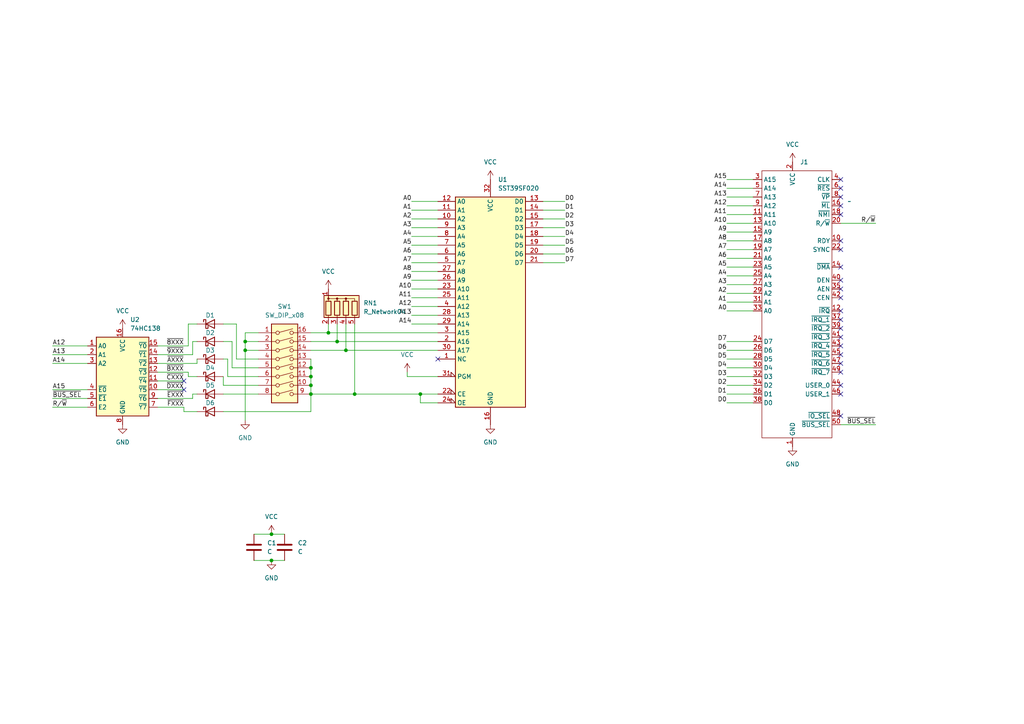
<source format=kicad_sch>
(kicad_sch (version 20230121) (generator eeschema)
  (paper "A4")
  (lib_symbols
    (symbol "74xx:74HC138"
      (property "Reference" "U" (at -7.62 13.97 0))
      (property "Value" "74HC138" (at 2.54 -11.43 0))
      (symbol "74HC138_0_1"
        (rectangle (start -7.62 12.7) (end 7.62 -10.16) (stroke (width 0.254)) (fill (type background)))
      )
      (symbol "74HC138_1_1"
        (pin input line (at -10.16 10.16 0) (length 2.54) (name "A0") (number "1"))
        (pin output line (at 10.16 -2.54 180) (length 2.54) (name "~{Y5}") (number "10"))
        (pin output line (at 10.16 0 180) (length 2.54) (name "~{Y4}") (number "11"))
        (pin output line (at 10.16 2.54 180) (length 2.54) (name "~{Y3}") (number "12"))
        (pin output line (at 10.16 5.08 180) (length 2.54) (name "~{Y2}") (number "13"))
        (pin output line (at 10.16 7.62 180) (length 2.54) (name "~{Y1}") (number "14"))
        (pin output line (at 10.16 10.16 180) (length 2.54) (name "~{Y0}") (number "15"))
        (pin power_in line (at 0 15.24 270) (length 2.54) (name "VCC") (number "16"))
        (pin input line (at -10.16 7.62 0) (length 2.54) (name "A1") (number "2"))
        (pin input line (at -10.16 5.08 0) (length 2.54) (name "A2") (number "3"))
        (pin input line (at -10.16 -2.54 0) (length 2.54) (name "~{E0}") (number "4"))
        (pin input line (at -10.16 -5.08 0) (length 2.54) (name "~{E1}") (number "5"))
        (pin input line (at -10.16 -7.62 0) (length 2.54) (name "E2") (number "6"))
        (pin output line (at 10.16 -7.62 180) (length 2.54) (name "~{Y7}") (number "7"))
        (pin power_in line (at 0 -12.7 90) (length 2.54) (name "GND") (number "8"))
        (pin output line (at 10.16 -5.08 180) (length 2.54) (name "~{Y6}") (number "9"))
      )
    )
    (symbol "Device:C" (pin_numbers hide) (pin_names (offset 0.254))
      (property "Reference" "C" (at 0.635 2.54 0))
      (property "Value" "C" (at 0.635 -2.54 0))
      (symbol "C_0_1"
        (polyline (pts (xy -2.032 -0.762) (xy 2.032 -0.762)) (stroke (width 0.508)))
        (polyline (pts (xy -2.032 0.762) (xy 2.032 0.762)) (stroke (width 0.508)))
      )
      (symbol "C_1_1"
        (pin passive line (at 0 3.81 270) (length 2.794) (name "~") (number "1"))
        (pin passive line (at 0 -3.81 90) (length 2.794) (name "~") (number "2"))
      )
    )
    (symbol "Device:D_Schottky" (pin_numbers hide) (pin_names (offset 1.016) hide)
      (property "Reference" "D" (at 0 2.54 0))
      (property "Value" "D_Schottky" (at 0 -2.54 0))
      (symbol "D_Schottky_0_1"
        (polyline (pts (xy 1.27 0) (xy -1.27 0)))
        (polyline (pts (xy 1.27 1.27) (xy 1.27 -1.27) (xy -1.27 0) (xy 1.27 1.27)) (stroke (width 0.254)))
        (polyline (pts (xy -1.905 0.635) (xy -1.905 1.27) (xy -1.27 1.27) (xy -1.27 -1.27) (xy -0.635 -1.27) (xy -0.635 -0.635)) (stroke (width 0.254)))
      )
      (symbol "D_Schottky_1_1"
        (pin passive line (at -3.81 0 0) (length 2.54) (name "K") (number "1"))
        (pin passive line (at 3.81 0 180) (length 2.54) (name "A") (number "2"))
      )
    )
    (symbol "Device:R_Network04" (pin_names (offset 0) hide)
      (property "Reference" "RN" (at -7.62 0 90))
      (property "Value" "R_Network04" (at 5.08 0 90))
      (symbol "R_Network04_0_1"
        (rectangle (start -6.35 -3.175) (end 3.81 3.175) (stroke (width 0.254)) (fill (type background)))
        (rectangle (start -5.842 1.524) (end -4.318 -2.54) (stroke (width 0.254)))
        (circle (center -5.08 2.286) (radius 0.254) (fill (type outline)))
        (rectangle (start -3.302 1.524) (end -1.778 -2.54) (stroke (width 0.254)))
        (circle (center -2.54 2.286) (radius 0.254) (fill (type outline)))
        (rectangle (start -0.762 1.524) (end 0.762 -2.54) (stroke (width 0.254)))
        (polyline (pts (xy -5.08 -2.54) (xy -5.08 -3.81)))
        (polyline (pts (xy -2.54 -2.54) (xy -2.54 -3.81)))
        (polyline (pts (xy 0 -2.54) (xy 0 -3.81)))
        (polyline (pts (xy 2.54 -2.54) (xy 2.54 -3.81)))
        (polyline (pts (xy -5.08 1.524) (xy -5.08 2.286) (xy -2.54 2.286) (xy -2.54 1.524)))
        (polyline (pts (xy -2.54 1.524) (xy -2.54 2.286) (xy 0 2.286) (xy 0 1.524)))
        (polyline (pts (xy 0 1.524) (xy 0 2.286) (xy 2.54 2.286) (xy 2.54 1.524)))
        (circle (center 0 2.286) (radius 0.254) (fill (type outline)))
        (rectangle (start 1.778 1.524) (end 3.302 -2.54) (stroke (width 0.254)))
      )
      (symbol "R_Network04_1_1"
        (pin passive line (at -5.08 5.08 270) (length 2.54) (name "common") (number "1"))
        (pin passive line (at -5.08 -5.08 90) (length 1.27) (name "R1") (number "2"))
        (pin passive line (at -2.54 -5.08 90) (length 1.27) (name "R2") (number "3"))
        (pin passive line (at 0 -5.08 90) (length 1.27) (name "R3") (number "4"))
        (pin passive line (at 2.54 -5.08 90) (length 1.27) (name "R4") (number "5"))
      )
    )
    (symbol "Memory_Flash:SST39SF020"
      (property "Reference" "U" (at 2.54 33.02 0))
      (property "Value" "SST39SF020" (at 0 -30.48 0))
      (symbol "SST39SF020_0_0"
        (pin power_in line (at 0 -34.29 90) (length 5.08) (name "GND") (number "16"))
        (pin power_in line (at 0 36.83 270) (length 5.08) (name "VCC") (number "32"))
      )
      (symbol "SST39SF020_0_1"
        (rectangle (start -10.16 31.75) (end 10.16 -29.21) (stroke (width 0.254)) (fill (type background)))
      )
      (symbol "SST39SF020_1_1"
        (pin input line (at -15.24 -15.24 0) (length 5.08) (name "NC") (number "1"))
        (pin input line (at -15.24 25.4 0) (length 5.08) (name "A2") (number "10"))
        (pin input line (at -15.24 27.94 0) (length 5.08) (name "A1") (number "11"))
        (pin input line (at -15.24 30.48 0) (length 5.08) (name "A0") (number "12"))
        (pin tri_state line (at 15.24 30.48 180) (length 5.08) (name "D0") (number "13"))
        (pin tri_state line (at 15.24 27.94 180) (length 5.08) (name "D1") (number "14"))
        (pin tri_state line (at 15.24 25.4 180) (length 5.08) (name "D2") (number "15"))
        (pin tri_state line (at 15.24 22.86 180) (length 5.08) (name "D3") (number "17"))
        (pin tri_state line (at 15.24 20.32 180) (length 5.08) (name "D4") (number "18"))
        (pin tri_state line (at 15.24 17.78 180) (length 5.08) (name "D5") (number "19"))
        (pin input line (at -15.24 -10.16 0) (length 5.08) (name "A16") (number "2"))
        (pin tri_state line (at 15.24 15.24 180) (length 5.08) (name "D6") (number "20"))
        (pin tri_state line (at 15.24 12.7 180) (length 5.08) (name "D7") (number "21"))
        (pin input input_low (at -15.24 -25.4 0) (length 5.08) (name "CE") (number "22"))
        (pin input line (at -15.24 5.08 0) (length 5.08) (name "A10") (number "23"))
        (pin input input_low (at -15.24 -27.94 0) (length 5.08) (name "OE") (number "24"))
        (pin input line (at -15.24 2.54 0) (length 5.08) (name "A11") (number "25"))
        (pin input line (at -15.24 7.62 0) (length 5.08) (name "A9") (number "26"))
        (pin input line (at -15.24 10.16 0) (length 5.08) (name "A8") (number "27"))
        (pin input line (at -15.24 -2.54 0) (length 5.08) (name "A13") (number "28"))
        (pin input line (at -15.24 -5.08 0) (length 5.08) (name "A14") (number "29"))
        (pin input line (at -15.24 -7.62 0) (length 5.08) (name "A15") (number "3"))
        (pin input line (at -15.24 -12.7 0) (length 5.08) (name "A17") (number "30"))
        (pin input input_low (at -15.24 -20.32 0) (length 5.08) (name "PGM") (number "31"))
        (pin input line (at -15.24 0 0) (length 5.08) (name "A12") (number "4"))
        (pin input line (at -15.24 12.7 0) (length 5.08) (name "A7") (number "5"))
        (pin input line (at -15.24 15.24 0) (length 5.08) (name "A6") (number "6"))
        (pin input line (at -15.24 17.78 0) (length 5.08) (name "A5") (number "7"))
        (pin input line (at -15.24 20.32 0) (length 5.08) (name "A4") (number "8"))
        (pin input line (at -15.24 22.86 0) (length 5.08) (name "A3") (number "9"))
      )
    )
    (symbol "Switch:SW_DIP_x08" (pin_names (offset 0) hide)
      (property "Reference" "SW" (at 0 13.97 0))
      (property "Value" "SW_DIP_x08" (at 0 -11.43 0))
      (symbol "SW_DIP_x08_0_0"
        (circle (center -2.032 -7.62) (radius 0.508))
        (circle (center -2.032 -5.08) (radius 0.508))
        (circle (center -2.032 -2.54) (radius 0.508))
        (circle (center -2.032 0) (radius 0.508))
        (circle (center -2.032 2.54) (radius 0.508))
        (circle (center -2.032 5.08) (radius 0.508))
        (circle (center -2.032 7.62) (radius 0.508))
        (circle (center -2.032 10.16) (radius 0.508))
        (polyline (pts (xy -1.524 -7.4676) (xy 2.3622 -6.4262)))
        (polyline (pts (xy -1.524 -4.9276) (xy 2.3622 -3.8862)))
        (polyline (pts (xy -1.524 -2.3876) (xy 2.3622 -1.3462)))
        (polyline (pts (xy -1.524 0.127) (xy 2.3622 1.1684)))
        (polyline (pts (xy -1.524 2.667) (xy 2.3622 3.7084)))
        (polyline (pts (xy -1.524 5.207) (xy 2.3622 6.2484)))
        (polyline (pts (xy -1.524 7.747) (xy 2.3622 8.7884)))
        (polyline (pts (xy -1.524 10.287) (xy 2.3622 11.3284)))
        (circle (center 2.032 -7.62) (radius 0.508))
        (circle (center 2.032 -5.08) (radius 0.508))
        (circle (center 2.032 -2.54) (radius 0.508))
        (circle (center 2.032 0) (radius 0.508))
        (circle (center 2.032 2.54) (radius 0.508))
        (circle (center 2.032 5.08) (radius 0.508))
        (circle (center 2.032 7.62) (radius 0.508))
        (circle (center 2.032 10.16) (radius 0.508))
      )
      (symbol "SW_DIP_x08_0_1"
        (rectangle (start -3.81 12.7) (end 3.81 -10.16) (stroke (width 0.254)) (fill (type background)))
      )
      (symbol "SW_DIP_x08_1_1"
        (pin passive line (at -7.62 10.16 0) (length 5.08) (name "~") (number "1"))
        (pin passive line (at 7.62 -5.08 180) (length 5.08) (name "~") (number "10"))
        (pin passive line (at 7.62 -2.54 180) (length 5.08) (name "~") (number "11"))
        (pin passive line (at 7.62 0 180) (length 5.08) (name "~") (number "12"))
        (pin passive line (at 7.62 2.54 180) (length 5.08) (name "~") (number "13"))
        (pin passive line (at 7.62 5.08 180) (length 5.08) (name "~") (number "14"))
        (pin passive line (at 7.62 7.62 180) (length 5.08) (name "~") (number "15"))
        (pin passive line (at 7.62 10.16 180) (length 5.08) (name "~") (number "16"))
        (pin passive line (at -7.62 7.62 0) (length 5.08) (name "~") (number "2"))
        (pin passive line (at -7.62 5.08 0) (length 5.08) (name "~") (number "3"))
        (pin passive line (at -7.62 2.54 0) (length 5.08) (name "~") (number "4"))
        (pin passive line (at -7.62 0 0) (length 5.08) (name "~") (number "5"))
        (pin passive line (at -7.62 -2.54 0) (length 5.08) (name "~") (number "6"))
        (pin passive line (at -7.62 -5.08 0) (length 5.08) (name "~") (number "7"))
        (pin passive line (at -7.62 -7.62 0) (length 5.08) (name "~") (number "8"))
        (pin passive line (at 7.62 -7.62 180) (length 5.08) (name "~") (number "9"))
      )
    )
    (symbol "fp65:fp65_backplane"
      (property "Reference" "J" (at 2.54 35.56 0))
      (symbol "fp65_backplane_0_1"
        (rectangle (start -8.89 33.02) (end 11.43 -44.45))
      )
      (symbol "fp65_backplane_1_0"
        (pin input line (at 0 -46.99 90) (length 2.54) (name "GND") (number "1"))
        (pin input line (at 13.97 12.7 180) (length 2.54) (name "RDY") (number "10"))
        (pin input line (at -11.43 20.32 0) (length 2.54) (name "A11") (number "11"))
        (pin input line (at 13.97 -7.62 180) (length 2.54) (name "~{IRQ}") (number "12"))
        (pin input line (at -11.43 17.78 0) (length 2.54) (name "A10") (number "13"))
        (pin open_collector line (at 13.97 5.08 180) (length 2.54) (name "~{DMA}") (number "14"))
        (pin input line (at -11.43 15.24 0) (length 2.54) (name "A9") (number "15"))
        (pin input line (at 13.97 22.86 180) (length 2.54) (name "~{ML}") (number "16"))
        (pin input line (at -11.43 12.7 0) (length 2.54) (name "A8") (number "17"))
        (pin input line (at 13.97 20.32 180) (length 2.54) (name "~{NMI}") (number "18"))
        (pin input line (at -11.43 10.16 0) (length 2.54) (name "A7") (number "19"))
        (pin input line (at 0 35.56 270) (length 2.54) (name "VCC") (number "2"))
        (pin input line (at 13.97 17.78 180) (length 2.54) (name "R/~{W}") (number "20"))
        (pin input line (at -11.43 7.62 0) (length 2.54) (name "A6") (number "21"))
        (pin input line (at 13.97 10.16 180) (length 2.54) (name "SYNC") (number "22"))
        (pin input line (at -11.43 5.08 0) (length 2.54) (name "A5") (number "23"))
        (pin input line (at -11.43 -16.51 0) (length 2.54) (name "D7") (number "24"))
        (pin input line (at -11.43 2.54 0) (length 2.54) (name "A4") (number "25"))
        (pin input line (at -11.43 -19.05 0) (length 2.54) (name "D6") (number "26"))
        (pin input line (at -11.43 0 0) (length 2.54) (name "A3") (number "27"))
        (pin input line (at -11.43 -21.59 0) (length 2.54) (name "D5") (number "28"))
        (pin input line (at -11.43 -2.54 0) (length 2.54) (name "A2") (number "29"))
        (pin input line (at -11.43 -24.13 0) (length 2.54) (name "D4") (number "30"))
        (pin input line (at -11.43 -5.08 0) (length 2.54) (name "A1") (number "31"))
        (pin input line (at -11.43 -26.67 0) (length 2.54) (name "D3") (number "32"))
        (pin input line (at -11.43 -7.62 0) (length 2.54) (name "A0") (number "33"))
        (pin input line (at -11.43 -29.21 0) (length 2.54) (name "D2") (number "34"))
        (pin open_collector line (at 13.97 -1.27 180) (length 2.54) (name "AEN") (number "35"))
        (pin input line (at -11.43 -31.75 0) (length 2.54) (name "D1") (number "36"))
        (pin input line (at 13.97 -10.16 180) (length 2.54) (name "~{IRQ_1}") (number "37"))
        (pin input line (at -11.43 -34.29 0) (length 2.54) (name "D0") (number "38"))
        (pin input line (at 13.97 -12.7 180) (length 2.54) (name "~{IRQ_2}") (number "39"))
        (pin input line (at 13.97 30.48 180) (length 2.54) (name "CLK") (number "4"))
        (pin open_collector line (at 13.97 1.27 180) (length 2.54) (name "DEN") (number "40"))
        (pin input line (at 13.97 -15.24 180) (length 2.54) (name "~{IRQ_3}") (number "41"))
        (pin open_collector line (at 13.97 -3.81 180) (length 2.54) (name "CEN") (number "42"))
        (pin input line (at 13.97 -17.78 180) (length 2.54) (name "~{IRQ_4}") (number "43"))
        (pin input line (at 13.97 -29.21 180) (length 2.54) (name "USER_0") (number "44"))
        (pin input line (at 13.97 -20.32 180) (length 2.54) (name "~{IRQ_5}") (number "45"))
        (pin input line (at 13.97 -31.75 180) (length 2.54) (name "USER_1") (number "46"))
        (pin input line (at 13.97 -22.86 180) (length 2.54) (name "~{IRQ_6}") (number "47"))
        (pin input line (at 13.97 -38.1 180) (length 2.54) (name "~{IO_SEL}") (number "48"))
        (pin input line (at 13.97 -25.4 180) (length 2.54) (name "~{IRQ_7}") (number "49"))
        (pin input line (at -11.43 27.94 0) (length 2.54) (name "A14") (number "5"))
        (pin input line (at 13.97 -40.64 180) (length 2.54) (name "~{BUS_SEL}") (number "50"))
        (pin input line (at 13.97 27.94 180) (length 2.54) (name "~{RES}") (number "6"))
        (pin input line (at -11.43 25.4 0) (length 2.54) (name "A13") (number "7"))
        (pin input line (at 13.97 25.4 180) (length 2.54) (name "~{VP}") (number "8"))
        (pin input line (at -11.43 22.86 0) (length 2.54) (name "A12") (number "9"))
      )
      (symbol "fp65_backplane_1_1"
        (pin input line (at -11.43 30.48 0) (length 2.54) (name "A15") (number "3"))
      )
    )
    (symbol "power:GND" (power) (pin_names (offset 0))
      (property "Value" "GND" (at 0 -3.81 0))
      (symbol "GND_0_1"
        (polyline (pts (xy 0 0) (xy 0 -1.27) (xy 1.27 -1.27) (xy 0 -2.54) (xy -1.27 -1.27) (xy 0 -1.27)))
      )
      (symbol "GND_1_1"
        (pin power_in line (at 0 0 270) (length 0) hide (name "GND") (number "1"))
      )
    )
    (symbol "power:VCC" (power) (pin_names (offset 0))
      (property "Value" "VCC" (at 0 3.81 0))
      (symbol "VCC_0_1"
        (polyline (pts (xy -0.762 1.27) (xy 0 2.54)))
        (polyline (pts (xy 0 0) (xy 0 2.54)))
        (polyline (pts (xy 0 2.54) (xy 0.762 1.27)))
      )
      (symbol "VCC_1_1"
        (pin power_in line (at 0 0 90) (length 0) hide (name "VCC") (number "1"))
      )
    )
  )
  (junction (at 121.92 114.3))
  (junction (at 90.17 111.76))
  (junction (at 71.12 99.06))
  (junction (at 78.74 162.56))
  (junction (at 97.79 99.06))
  (junction (at 102.87 114.3))
  (junction (at 90.17 106.68))
  (junction (at 78.74 154.94))
  (junction (at 95.25 96.52))
  (junction (at 71.12 101.6))
  (junction (at 90.17 114.3))
  (junction (at 90.17 109.22))
  (junction (at 100.33 101.6))
  (no_connect (at 243.84 77.47))
  (no_connect (at 127 104.14))
  (no_connect (at 243.84 59.69))
  (no_connect (at 243.84 111.76))
  (no_connect (at 243.84 69.85))
  (no_connect (at 243.84 97.79))
  (no_connect (at 243.84 105.41))
  (no_connect (at 243.84 95.25))
  (no_connect (at 243.84 107.95))
  (no_connect (at 243.84 120.65))
  (no_connect (at 243.84 90.17))
  (no_connect (at 243.84 114.3))
  (no_connect (at 243.84 52.07))
  (no_connect (at 243.84 83.82))
  (no_connect (at 243.84 102.87))
  (no_connect (at 243.84 57.15))
  (no_connect (at 243.84 54.61))
  (no_connect (at 243.84 100.33))
  (no_connect (at 243.84 62.23))
  (no_connect (at 53.34 113.03))
  (no_connect (at 243.84 72.39))
  (no_connect (at 243.84 86.36))
  (no_connect (at 53.34 110.49))
  (no_connect (at 243.84 92.71))
  (no_connect (at 243.84 81.28))
  (wire (pts (xy 210.82 109.22) (xy 218.44 109.22)))
  (wire (pts (xy 119.38 63.5) (xy 127 63.5)))
  (wire (pts (xy 53.34 119.38) (xy 53.34 118.11)))
  (wire (pts (xy 210.82 72.39) (xy 218.44 72.39)))
  (wire (pts (xy 100.33 101.6) (xy 127 101.6)))
  (wire (pts (xy 64.77 104.14) (xy 66.04 104.14)))
  (wire (pts (xy 102.87 114.3) (xy 121.92 114.3)))
  (wire (pts (xy 90.17 104.14) (xy 90.17 106.68)))
  (wire (pts (xy 64.77 114.3) (xy 74.93 114.3)))
  (wire (pts (xy 53.34 118.11) (xy 45.72 118.11)))
  (wire (pts (xy 53.34 110.49) (xy 45.72 110.49)))
  (wire (pts (xy 210.82 106.68) (xy 218.44 106.68)))
  (wire (pts (xy 78.74 162.56) (xy 82.55 162.56)))
  (wire (pts (xy 210.82 90.17) (xy 218.44 90.17)))
  (wire (pts (xy 210.82 114.3) (xy 218.44 114.3)))
  (wire (pts (xy 163.83 63.5) (xy 157.48 63.5)))
  (wire (pts (xy 15.24 105.41) (xy 25.4 105.41)))
  (wire (pts (xy 15.24 118.11) (xy 25.4 118.11)))
  (wire (pts (xy 163.83 71.12) (xy 157.48 71.12)))
  (wire (pts (xy 67.31 106.68) (xy 74.93 106.68)))
  (wire (pts (xy 90.17 109.22) (xy 90.17 111.76)))
  (wire (pts (xy 57.15 93.98) (xy 54.61 93.98)))
  (wire (pts (xy 210.82 69.85) (xy 218.44 69.85)))
  (wire (pts (xy 102.87 93.98) (xy 102.87 114.3)))
  (wire (pts (xy 90.17 106.68) (xy 90.17 109.22)))
  (wire (pts (xy 45.72 100.33) (xy 54.61 100.33)))
  (wire (pts (xy 71.12 99.06) (xy 74.93 99.06)))
  (wire (pts (xy 210.82 80.01) (xy 218.44 80.01)))
  (wire (pts (xy 119.38 83.82) (xy 127 83.82)))
  (wire (pts (xy 127 116.84) (xy 121.92 116.84)))
  (wire (pts (xy 118.11 109.22) (xy 118.11 107.95)))
  (wire (pts (xy 210.82 87.63) (xy 218.44 87.63)))
  (wire (pts (xy 119.38 68.58) (xy 127 68.58)))
  (wire (pts (xy 66.04 109.22) (xy 74.93 109.22)))
  (wire (pts (xy 71.12 96.52) (xy 74.93 96.52)))
  (wire (pts (xy 210.82 52.07) (xy 218.44 52.07)))
  (wire (pts (xy 100.33 93.98) (xy 100.33 101.6)))
  (wire (pts (xy 119.38 73.66) (xy 127 73.66)))
  (wire (pts (xy 90.17 114.3) (xy 102.87 114.3)))
  (wire (pts (xy 67.31 99.06) (xy 67.31 106.68)))
  (wire (pts (xy 73.66 162.56) (xy 78.74 162.56)))
  (wire (pts (xy 119.38 60.96) (xy 127 60.96)))
  (wire (pts (xy 53.34 113.03) (xy 45.72 113.03)))
  (wire (pts (xy 210.82 64.77) (xy 218.44 64.77)))
  (wire (pts (xy 163.83 58.42) (xy 157.48 58.42)))
  (wire (pts (xy 210.82 111.76) (xy 218.44 111.76)))
  (wire (pts (xy 163.83 68.58) (xy 157.48 68.58)))
  (wire (pts (xy 15.24 102.87) (xy 25.4 102.87)))
  (wire (pts (xy 119.38 86.36) (xy 127 86.36)))
  (wire (pts (xy 119.38 76.2) (xy 127 76.2)))
  (wire (pts (xy 64.77 109.22) (xy 64.77 111.76)))
  (wire (pts (xy 95.25 96.52) (xy 127 96.52)))
  (wire (pts (xy 119.38 78.74) (xy 127 78.74)))
  (wire (pts (xy 57.15 109.22) (xy 54.61 109.22)))
  (wire (pts (xy 119.38 91.44) (xy 127 91.44)))
  (wire (pts (xy 163.83 66.04) (xy 157.48 66.04)))
  (wire (pts (xy 210.82 116.84) (xy 218.44 116.84)))
  (wire (pts (xy 73.66 154.94) (xy 78.74 154.94)))
  (wire (pts (xy 71.12 96.52) (xy 71.12 99.06)))
  (wire (pts (xy 210.82 104.14) (xy 218.44 104.14)))
  (wire (pts (xy 243.84 64.77) (xy 254 64.77)))
  (wire (pts (xy 64.77 99.06) (xy 67.31 99.06)))
  (wire (pts (xy 121.92 114.3) (xy 127 114.3)))
  (wire (pts (xy 163.83 73.66) (xy 157.48 73.66)))
  (wire (pts (xy 119.38 88.9) (xy 127 88.9)))
  (wire (pts (xy 64.77 111.76) (xy 74.93 111.76)))
  (wire (pts (xy 210.82 57.15) (xy 218.44 57.15)))
  (wire (pts (xy 68.58 93.98) (xy 68.58 104.14)))
  (wire (pts (xy 15.24 115.57) (xy 25.4 115.57)))
  (wire (pts (xy 210.82 101.6) (xy 218.44 101.6)))
  (wire (pts (xy 54.61 109.22) (xy 54.61 107.95)))
  (wire (pts (xy 57.15 114.3) (xy 55.88 114.3)))
  (wire (pts (xy 210.82 74.93) (xy 218.44 74.93)))
  (wire (pts (xy 97.79 93.98) (xy 97.79 99.06)))
  (wire (pts (xy 15.24 100.33) (xy 25.4 100.33)))
  (wire (pts (xy 64.77 93.98) (xy 68.58 93.98)))
  (wire (pts (xy 68.58 104.14) (xy 74.93 104.14)))
  (wire (pts (xy 210.82 99.06) (xy 218.44 99.06)))
  (wire (pts (xy 15.24 113.03) (xy 25.4 113.03)))
  (wire (pts (xy 55.88 114.3) (xy 55.88 115.57)))
  (wire (pts (xy 90.17 119.38) (xy 90.17 114.3)))
  (wire (pts (xy 90.17 96.52) (xy 95.25 96.52)))
  (wire (pts (xy 95.25 93.98) (xy 95.25 96.52)))
  (wire (pts (xy 71.12 121.92) (xy 71.12 101.6)))
  (wire (pts (xy 210.82 54.61) (xy 218.44 54.61)))
  (wire (pts (xy 66.04 104.14) (xy 66.04 109.22)))
  (wire (pts (xy 57.15 99.06) (xy 55.88 99.06)))
  (wire (pts (xy 71.12 99.06) (xy 71.12 101.6)))
  (wire (pts (xy 163.83 76.2) (xy 157.48 76.2)))
  (wire (pts (xy 90.17 101.6) (xy 100.33 101.6)))
  (wire (pts (xy 119.38 93.98) (xy 127 93.98)))
  (wire (pts (xy 45.72 115.57) (xy 55.88 115.57)))
  (wire (pts (xy 54.61 93.98) (xy 54.61 100.33)))
  (wire (pts (xy 45.72 105.41) (xy 57.15 105.41)))
  (wire (pts (xy 45.72 107.95) (xy 54.61 107.95)))
  (wire (pts (xy 90.17 111.76) (xy 90.17 114.3)))
  (wire (pts (xy 121.92 116.84) (xy 121.92 114.3)))
  (wire (pts (xy 210.82 77.47) (xy 218.44 77.47)))
  (wire (pts (xy 57.15 119.38) (xy 53.34 119.38)))
  (wire (pts (xy 210.82 59.69) (xy 218.44 59.69)))
  (wire (pts (xy 210.82 85.09) (xy 218.44 85.09)))
  (wire (pts (xy 119.38 71.12) (xy 127 71.12)))
  (wire (pts (xy 90.17 99.06) (xy 97.79 99.06)))
  (wire (pts (xy 71.12 101.6) (xy 74.93 101.6)))
  (wire (pts (xy 210.82 62.23) (xy 218.44 62.23)))
  (wire (pts (xy 45.72 102.87) (xy 55.88 102.87)))
  (wire (pts (xy 127 109.22) (xy 118.11 109.22)))
  (wire (pts (xy 163.83 60.96) (xy 157.48 60.96)))
  (wire (pts (xy 97.79 99.06) (xy 127 99.06)))
  (wire (pts (xy 78.74 154.94) (xy 82.55 154.94)))
  (wire (pts (xy 210.82 67.31) (xy 218.44 67.31)))
  (wire (pts (xy 243.84 123.19) (xy 254 123.19)))
  (wire (pts (xy 119.38 66.04) (xy 127 66.04)))
  (wire (pts (xy 64.77 119.38) (xy 90.17 119.38)))
  (wire (pts (xy 119.38 58.42) (xy 127 58.42)))
  (wire (pts (xy 55.88 99.06) (xy 55.88 102.87)))
  (wire (pts (xy 210.82 82.55) (xy 218.44 82.55)))
  (wire (pts (xy 57.15 104.14) (xy 57.15 105.41)))
  (wire (pts (xy 119.38 81.28) (xy 127 81.28)))
  (label "D0" (at 163.83 58.42 0))
  (label "A2" (at 119.38 63.5 180))
  (label "D1" (at 210.82 114.3 180))
  (label "A7" (at 210.82 72.39 180))
  (label "~{BUS_SEL}" (at 254 123.19 180))
  (label "D0" (at 210.82 116.84 180))
  (label "~{AXXX}" (at 53.34 105.41 180))
  (label "A12" (at 119.38 88.9 180))
  (label "A5" (at 119.38 71.12 180))
  (label "A5" (at 210.82 77.47 180))
  (label "D2" (at 210.82 111.76 180))
  (label "A12" (at 210.82 59.69 180))
  (label "A14" (at 119.38 93.98 180))
  (label "~{CXXX}" (at 53.34 110.49 180))
  (label "A1" (at 119.38 60.96 180))
  (label "D3" (at 210.82 109.22 180))
  (label "D5" (at 210.82 104.14 180))
  (label "~{BXXX}" (at 53.34 107.95 180))
  (label "A10" (at 119.38 83.82 180))
  (label "A2" (at 210.82 85.09 180))
  (label "A4" (at 210.82 80.01 180))
  (label "D6" (at 163.83 73.66 0))
  (label "A13" (at 119.38 91.44 180))
  (label "A4" (at 119.38 68.58 180))
  (label "A14" (at 210.82 54.61 180))
  (label "A12" (at 15.24 100.33 0))
  (label "A3" (at 210.82 82.55 180))
  (label "D6" (at 210.82 101.6 180))
  (label "A14" (at 15.24 105.41 0))
  (label "D4" (at 163.83 68.58 0))
  (label "A0" (at 210.82 90.17 180))
  (label "A9" (at 210.82 67.31 180))
  (label "A13" (at 210.82 57.15 180))
  (label "D4" (at 210.82 106.68 180))
  (label "A7" (at 119.38 76.2 180))
  (label "A15" (at 210.82 52.07 180))
  (label "R{slash}~{W}" (at 15.24 118.11 0))
  (label "A13" (at 15.24 102.87 0))
  (label "D3" (at 163.83 66.04 0))
  (label "A10" (at 210.82 64.77 180))
  (label "A11" (at 119.38 86.36 180))
  (label "A6" (at 210.82 74.93 180))
  (label "~{BUS_SEL}" (at 15.24 115.57 0))
  (label "D7" (at 163.83 76.2 0))
  (label "~{DXXX}" (at 53.34 113.03 180))
  (label "D2" (at 163.83 63.5 0))
  (label "~{EXXX}" (at 53.34 115.57 180))
  (label "A1" (at 210.82 87.63 180))
  (label "~{9XXX}" (at 53.34 102.87 180))
  (label "A9" (at 119.38 81.28 180))
  (label "A15" (at 15.24 113.03 0))
  (label "A11" (at 210.82 62.23 180))
  (label "A3" (at 119.38 66.04 180))
  (label "R{slash}~{W}" (at 254 64.77 180))
  (label "D1" (at 163.83 60.96 0))
  (label "A0" (at 119.38 58.42 180))
  (label "A8" (at 210.82 69.85 180))
  (label "D5" (at 163.83 71.12 0))
  (label "A6" (at 119.38 73.66 180))
  (label "A8" (at 119.38 78.74 180))
  (label "~{FXXX}" (at 53.34 118.11 180))
  (label "D7" (at 210.82 99.06 180))
  (label "~{8XXX}" (at 53.34 100.33 180))
  (symbol (lib_id "power:GND") (at 35.56 123.19 0) (unit 1)
    (property "Reference" "#PWR08" (effects hide))
    (property "Value" "GND" (at 35.56 128.27 0))
  )
  (symbol (lib_id "power:GND") (at 71.12 121.92 0) (unit 1)
    (property "Reference" "#PWR06" (effects hide))
    (property "Value" "GND" (at 71.12 127 0))
  )
  (symbol (lib_id "power:VCC") (at 95.25 83.82 0) (unit 1)
    (property "Reference" "#PWR05" (effects hide))
    (property "Value" "VCC" (at 95.25 78.74 0))
  )
  (symbol (lib_id "power:VCC") (at 118.11 107.95 0) (unit 1)
    (property "Reference" "#PWR09" (effects hide))
    (property "Value" "VCC" (at 118.11 102.87 0))
  )
  (symbol (lib_id "power:GND") (at 78.74 162.56 0) (unit 1)
    (property "Reference" "#PWR010" (effects hide))
    (property "Value" "GND" (at 78.74 167.64 0))
  )
  (symbol (lib_id "power:VCC") (at 35.56 95.25 0) (unit 1)
    (property "Reference" "#PWR07" (effects hide))
    (property "Value" "VCC" (at 35.56 90.17 0))
  )
  (symbol (lib_id "Switch:SW_DIP_x08") (at 82.55 106.68 0) (unit 1)
    (property "Reference" "SW1" (at 82.55 88.9 0))
    (property "Value" "SW_DIP_x08" (at 82.55 91.44 0))
    (property "Footprint" "Button_Switch_THT:SW_DIP_SPSTx08_Slide_9.78x22.5mm_W7.62mm_P2.54mm" (effects hide))
  )
  (symbol (lib_id "Device:D_Schottky") (at 60.96 109.22 0) (unit 1)
    (property "Reference" "D4" (at 60.96 106.68 0))
    (property "Value" "D_Schottky" (effects hide))
    (property "Footprint" "Diode_THT:D_DO-35_SOD27_P7.62mm_Horizontal" (effects hide))
  )
  (symbol (lib_id "power:VCC") (at 229.87 46.99 0) (unit 1)
    (property "Reference" "#PWR03" (effects hide))
    (property "Value" "VCC" (at 229.87 41.91 0))
  )
  (symbol (lib_id "Device:D_Schottky") (at 60.96 93.98 0) (unit 1)
    (property "Reference" "D1" (at 60.96 91.44 0))
    (property "Value" "D_Schottky" (effects hide))
    (property "Footprint" "Diode_THT:D_DO-35_SOD27_P7.62mm_Horizontal" (effects hide))
  )
  (symbol (lib_id "Device:D_Schottky") (at 60.96 119.38 0) (unit 1)
    (property "Reference" "D6" (at 60.96 116.84 0))
    (property "Value" "D_Schottky" (effects hide))
    (property "Footprint" "Diode_THT:D_DO-35_SOD27_P7.62mm_Horizontal" (effects hide))
  )
  (symbol (lib_id "power:VCC") (at 78.74 154.94 0) (unit 1)
    (property "Reference" "#PWR011" (effects hide))
    (property "Value" "VCC" (at 78.74 149.86 0))
  )
  (symbol (lib_id "74xx:74HC138") (at 35.56 110.49 0) (unit 1)
    (property "Reference" "U2" (at 37.7541 92.71 0) (effects (justify left)))
    (property "Value" "74HC138" (at 37.7541 95.25 0) (effects (justify left)))
    (property "Footprint" "Package_DIP:DIP-16_W7.62mm" (effects hide))
    (property "Datasheet" "http://www.ti.com/lit/ds/symlink/cd74hc238.pdf" (effects hide))
  )
  (symbol (lib_id "Device:D_Schottky") (at 60.96 104.14 0) (unit 1)
    (property "Reference" "D3" (at 60.96 101.6 0))
    (property "Value" "D_Schottky" (effects hide))
    (property "Footprint" "Diode_THT:D_DO-35_SOD27_P7.62mm_Horizontal" (effects hide))
  )
  (symbol (lib_id "Device:D_Schottky") (at 60.96 99.06 0) (unit 1)
    (property "Reference" "D2" (at 60.96 96.52 0))
    (property "Value" "D_Schottky" (effects hide))
    (property "Footprint" "Diode_THT:D_DO-35_SOD27_P7.62mm_Horizontal" (effects hide))
  )
  (symbol (lib_id "power:GND") (at 142.24 123.19 0) (unit 1)
    (property "Reference" "#PWR02" (effects hide))
    (property "Value" "GND" (at 142.24 128.27 0))
  )
  (symbol (lib_id "power:GND") (at 229.87 129.54 0) (unit 1)
    (property "Reference" "#PWR04" (effects hide))
    (property "Value" "GND" (at 229.87 134.62 0))
  )
  (symbol (lib_id "Memory_Flash:SST39SF020") (at 142.24 88.9 0) (unit 1)
    (property "Reference" "U1" (at 144.4341 52.07 0) (effects (justify left)))
    (property "Value" "SST39SF020" (at 144.4341 54.61 0) (effects (justify left)))
    (property "Footprint" "Package_DIP:DIP-32_W15.24mm" (effects hide))
    (property "Datasheet" "http://ww1.microchip.com/downloads/en/DeviceDoc/25022B.pdf" (effects hide))
  )
  (symbol (lib_id "fp65:fp65_backplane") (at 229.87 82.55 0) (unit 1)
    (property "Reference" "J1" (at 232.0641 46.99 0) (effects (justify left)))
    (property "Value" "~" (at 246.38 58.42 0))
    (property "Footprint" "Connector_PinHeader_2.54mm:PinHeader_2x25_P2.54mm_Horizontal" (effects hide))
  )
  (symbol (lib_id "Device:R_Network04") (at 100.33 88.9 0) (unit 1)
    (property "Reference" "RN1" (at 105.41 87.884 0) (effects (justify left)))
    (property "Value" "R_Network04" (at 105.41 90.424 0) (effects (justify left)))
    (property "Footprint" "Resistor_THT:R_Array_SIP5" (effects hide))
    (property "Datasheet" "http://www.vishay.com/docs/31509/csc.pdf" (effects hide))
  )
  (symbol (lib_id "Device:C") (at 73.66 158.75 0) (unit 1)
    (property "Reference" "C1" (at 77.47 157.48 0) (effects (justify left)))
    (property "Value" "C" (at 77.47 160.02 0) (effects (justify left)))
    (property "Footprint" "Capacitor_THT:C_Disc_D3.4mm_W2.1mm_P2.50mm" (effects hide))
  )
  (symbol (lib_id "Device:D_Schottky") (at 60.96 114.3 0) (unit 1)
    (property "Reference" "D5" (at 60.96 111.76 0))
    (property "Value" "D_Schottky" (effects hide))
    (property "Footprint" "Diode_THT:D_DO-35_SOD27_P7.62mm_Horizontal" (effects hide))
  )
  (symbol (lib_id "power:VCC") (at 142.24 52.07 0) (unit 1)
    (property "Reference" "#PWR01" (effects hide))
    (property "Value" "VCC" (at 142.24 46.99 0))
  )
  (symbol (lib_id "Device:C") (at 82.55 158.75 0) (unit 1)
    (property "Reference" "C2" (at 86.36 157.48 0) (effects (justify left)))
    (property "Value" "C" (at 86.36 160.02 0) (effects (justify left)))
    (property "Footprint" "Capacitor_THT:C_Disc_D3.4mm_W2.1mm_P2.50mm" (effects hide))
  )
)
</source>
